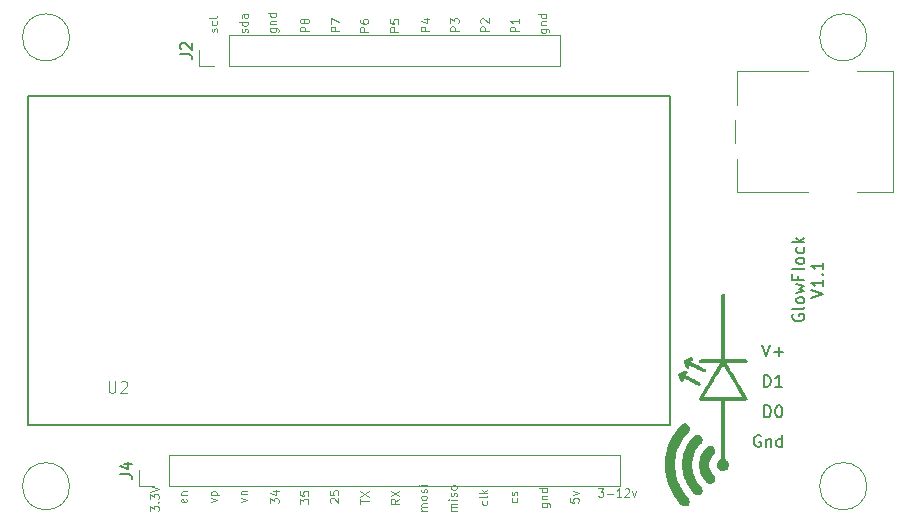
<source format=gbr>
G04 #@! TF.GenerationSoftware,KiCad,Pcbnew,5.99.0-unknown-89dcc4689~104~ubuntu20.04.1*
G04 #@! TF.CreationDate,2020-10-12T19:49:42-07:00*
G04 #@! TF.ProjectId,signal-board,7369676e-616c-42d6-926f-6172642e6b69,rev?*
G04 #@! TF.SameCoordinates,Original*
G04 #@! TF.FileFunction,Legend,Top*
G04 #@! TF.FilePolarity,Positive*
%FSLAX46Y46*%
G04 Gerber Fmt 4.6, Leading zero omitted, Abs format (unit mm)*
G04 Created by KiCad (PCBNEW 5.99.0-unknown-89dcc4689~104~ubuntu20.04.1) date 2020-10-12 19:49:42*
%MOMM*%
%LPD*%
G01*
G04 APERTURE LIST*
%ADD10C,0.150000*%
%ADD11C,0.100000*%
%ADD12C,0.015000*%
%ADD13C,0.120000*%
%ADD14C,0.127000*%
G04 APERTURE END LIST*
D10*
X163295000Y-123952380D02*
X163247380Y-124047619D01*
X163247380Y-124190476D01*
X163295000Y-124333333D01*
X163390238Y-124428571D01*
X163485476Y-124476190D01*
X163675952Y-124523809D01*
X163818809Y-124523809D01*
X164009285Y-124476190D01*
X164104523Y-124428571D01*
X164199761Y-124333333D01*
X164247380Y-124190476D01*
X164247380Y-124095238D01*
X164199761Y-123952380D01*
X164152142Y-123904761D01*
X163818809Y-123904761D01*
X163818809Y-124095238D01*
X164247380Y-123333333D02*
X164199761Y-123428571D01*
X164104523Y-123476190D01*
X163247380Y-123476190D01*
X164247380Y-122809523D02*
X164199761Y-122904761D01*
X164152142Y-122952380D01*
X164056904Y-123000000D01*
X163771190Y-123000000D01*
X163675952Y-122952380D01*
X163628333Y-122904761D01*
X163580714Y-122809523D01*
X163580714Y-122666666D01*
X163628333Y-122571428D01*
X163675952Y-122523809D01*
X163771190Y-122476190D01*
X164056904Y-122476190D01*
X164152142Y-122523809D01*
X164199761Y-122571428D01*
X164247380Y-122666666D01*
X164247380Y-122809523D01*
X163580714Y-122142857D02*
X164247380Y-121952380D01*
X163771190Y-121761904D01*
X164247380Y-121571428D01*
X163580714Y-121380952D01*
X163723571Y-120666666D02*
X163723571Y-121000000D01*
X164247380Y-121000000D02*
X163247380Y-121000000D01*
X163247380Y-120523809D01*
X164247380Y-120000000D02*
X164199761Y-120095238D01*
X164104523Y-120142857D01*
X163247380Y-120142857D01*
X164247380Y-119476190D02*
X164199761Y-119571428D01*
X164152142Y-119619047D01*
X164056904Y-119666666D01*
X163771190Y-119666666D01*
X163675952Y-119619047D01*
X163628333Y-119571428D01*
X163580714Y-119476190D01*
X163580714Y-119333333D01*
X163628333Y-119238095D01*
X163675952Y-119190476D01*
X163771190Y-119142857D01*
X164056904Y-119142857D01*
X164152142Y-119190476D01*
X164199761Y-119238095D01*
X164247380Y-119333333D01*
X164247380Y-119476190D01*
X164199761Y-118285714D02*
X164247380Y-118380952D01*
X164247380Y-118571428D01*
X164199761Y-118666666D01*
X164152142Y-118714285D01*
X164056904Y-118761904D01*
X163771190Y-118761904D01*
X163675952Y-118714285D01*
X163628333Y-118666666D01*
X163580714Y-118571428D01*
X163580714Y-118380952D01*
X163628333Y-118285714D01*
X164247380Y-117857142D02*
X163247380Y-117857142D01*
X163866428Y-117761904D02*
X164247380Y-117476190D01*
X163580714Y-117476190D02*
X163961666Y-117857142D01*
X164857380Y-122523809D02*
X165857380Y-122190476D01*
X164857380Y-121857142D01*
X165857380Y-121000000D02*
X165857380Y-121571428D01*
X165857380Y-121285714D02*
X164857380Y-121285714D01*
X165000238Y-121380952D01*
X165095476Y-121476190D01*
X165143095Y-121571428D01*
X165762142Y-120571428D02*
X165809761Y-120523809D01*
X165857380Y-120571428D01*
X165809761Y-120619047D01*
X165762142Y-120571428D01*
X165857380Y-120571428D01*
X165857380Y-119571428D02*
X165857380Y-120142857D01*
X165857380Y-119857142D02*
X164857380Y-119857142D01*
X165000238Y-119952380D01*
X165095476Y-120047619D01*
X165143095Y-120142857D01*
D11*
X102050000Y-100500000D02*
G75*
G03*
X102050000Y-100500000I-2000000J0D01*
G01*
X102050000Y-138500000D02*
G75*
G03*
X102050000Y-138500000I-2000000J0D01*
G01*
X169550000Y-138500000D02*
G75*
G03*
X169550000Y-138500000I-2000000J0D01*
G01*
X169550000Y-100500000D02*
G75*
G03*
X169550000Y-100500000I-2000000J0D01*
G01*
X127316666Y-100008466D02*
X126616666Y-100008466D01*
X126616666Y-99741800D01*
X126650000Y-99675133D01*
X126683333Y-99641800D01*
X126750000Y-99608466D01*
X126850000Y-99608466D01*
X126916666Y-99641800D01*
X126950000Y-99675133D01*
X126983333Y-99741800D01*
X126983333Y-100008466D01*
X126616666Y-99008466D02*
X126616666Y-99141800D01*
X126650000Y-99208466D01*
X126683333Y-99241800D01*
X126783333Y-99308466D01*
X126916666Y-99341800D01*
X127183333Y-99341800D01*
X127250000Y-99308466D01*
X127283333Y-99275133D01*
X127316666Y-99208466D01*
X127316666Y-99075133D01*
X127283333Y-99008466D01*
X127250000Y-98975133D01*
X127183333Y-98941800D01*
X127016666Y-98941800D01*
X126950000Y-98975133D01*
X126916666Y-99008466D01*
X126883333Y-99075133D01*
X126883333Y-99208466D01*
X126916666Y-99275133D01*
X126950000Y-99308466D01*
X127016666Y-99341800D01*
X124168733Y-139903133D02*
X124135400Y-139869800D01*
X124102066Y-139803133D01*
X124102066Y-139636466D01*
X124135400Y-139569800D01*
X124168733Y-139536466D01*
X124235400Y-139503133D01*
X124302066Y-139503133D01*
X124402066Y-139536466D01*
X124802066Y-139936466D01*
X124802066Y-139503133D01*
X124102066Y-138869800D02*
X124102066Y-139203133D01*
X124435400Y-139236466D01*
X124402066Y-139203133D01*
X124368733Y-139136466D01*
X124368733Y-138969800D01*
X124402066Y-138903133D01*
X124435400Y-138869800D01*
X124502066Y-138836466D01*
X124668733Y-138836466D01*
X124735400Y-138869800D01*
X124768733Y-138903133D01*
X124802066Y-138969800D01*
X124802066Y-139136466D01*
X124768733Y-139203133D01*
X124735400Y-139236466D01*
X129932866Y-139588066D02*
X129599533Y-139821400D01*
X129932866Y-139988066D02*
X129232866Y-139988066D01*
X129232866Y-139721400D01*
X129266200Y-139654733D01*
X129299533Y-139621400D01*
X129366200Y-139588066D01*
X129466200Y-139588066D01*
X129532866Y-139621400D01*
X129566200Y-139654733D01*
X129599533Y-139721400D01*
X129599533Y-139988066D01*
X129232866Y-139354733D02*
X129932866Y-138888066D01*
X129232866Y-138888066D02*
X129932866Y-139354733D01*
X142039200Y-139954733D02*
X142605866Y-139954733D01*
X142672533Y-139988066D01*
X142705866Y-140021400D01*
X142739200Y-140088066D01*
X142739200Y-140188066D01*
X142705866Y-140254733D01*
X142472533Y-139954733D02*
X142505866Y-140021400D01*
X142505866Y-140154733D01*
X142472533Y-140221400D01*
X142439200Y-140254733D01*
X142372533Y-140288066D01*
X142172533Y-140288066D01*
X142105866Y-140254733D01*
X142072533Y-140221400D01*
X142039200Y-140154733D01*
X142039200Y-140021400D01*
X142072533Y-139954733D01*
X142039200Y-139621400D02*
X142505866Y-139621400D01*
X142105866Y-139621400D02*
X142072533Y-139588066D01*
X142039200Y-139521400D01*
X142039200Y-139421400D01*
X142072533Y-139354733D01*
X142139200Y-139321400D01*
X142505866Y-139321400D01*
X142505866Y-138688066D02*
X141805866Y-138688066D01*
X142472533Y-138688066D02*
X142505866Y-138754733D01*
X142505866Y-138888066D01*
X142472533Y-138954733D01*
X142439200Y-138988066D01*
X142372533Y-139021400D01*
X142172533Y-139021400D01*
X142105866Y-138988066D01*
X142072533Y-138954733D01*
X142039200Y-138888066D01*
X142039200Y-138754733D01*
X142072533Y-138688066D01*
X119047466Y-139961866D02*
X119047466Y-139528533D01*
X119314133Y-139761866D01*
X119314133Y-139661866D01*
X119347466Y-139595200D01*
X119380800Y-139561866D01*
X119447466Y-139528533D01*
X119614133Y-139528533D01*
X119680800Y-139561866D01*
X119714133Y-139595200D01*
X119747466Y-139661866D01*
X119747466Y-139861866D01*
X119714133Y-139928533D01*
X119680800Y-139961866D01*
X119280800Y-138928533D02*
X119747466Y-138928533D01*
X119014133Y-139095200D02*
X119514133Y-139261866D01*
X119514133Y-138828533D01*
X121562066Y-139987266D02*
X121562066Y-139553933D01*
X121828733Y-139787266D01*
X121828733Y-139687266D01*
X121862066Y-139620600D01*
X121895400Y-139587266D01*
X121962066Y-139553933D01*
X122128733Y-139553933D01*
X122195400Y-139587266D01*
X122228733Y-139620600D01*
X122262066Y-139687266D01*
X122262066Y-139887266D01*
X122228733Y-139953933D01*
X122195400Y-139987266D01*
X121562066Y-138920600D02*
X121562066Y-139253933D01*
X121895400Y-139287266D01*
X121862066Y-139253933D01*
X121828733Y-139187266D01*
X121828733Y-139020600D01*
X121862066Y-138953933D01*
X121895400Y-138920600D01*
X121962066Y-138887266D01*
X122128733Y-138887266D01*
X122195400Y-138920600D01*
X122228733Y-138953933D01*
X122262066Y-139020600D01*
X122262066Y-139187266D01*
X122228733Y-139253933D01*
X122195400Y-139287266D01*
X129882066Y-100008466D02*
X129182066Y-100008466D01*
X129182066Y-99741800D01*
X129215400Y-99675133D01*
X129248733Y-99641800D01*
X129315400Y-99608466D01*
X129415400Y-99608466D01*
X129482066Y-99641800D01*
X129515400Y-99675133D01*
X129548733Y-99741800D01*
X129548733Y-100008466D01*
X129182066Y-98975133D02*
X129182066Y-99308466D01*
X129515400Y-99341800D01*
X129482066Y-99308466D01*
X129448733Y-99241800D01*
X129448733Y-99075133D01*
X129482066Y-99008466D01*
X129515400Y-98975133D01*
X129582066Y-98941800D01*
X129748733Y-98941800D01*
X129815400Y-98975133D01*
X129848733Y-99008466D01*
X129882066Y-99075133D01*
X129882066Y-99241800D01*
X129848733Y-99308466D01*
X129815400Y-99341800D01*
X126667466Y-139979333D02*
X126667466Y-139579333D01*
X127367466Y-139779333D02*
X126667466Y-139779333D01*
X126667466Y-139412666D02*
X127367466Y-138946000D01*
X126667466Y-138946000D02*
X127367466Y-139412666D01*
X144434766Y-139520600D02*
X144434766Y-139853933D01*
X144768100Y-139887266D01*
X144734766Y-139853933D01*
X144701433Y-139787266D01*
X144701433Y-139620600D01*
X144734766Y-139553933D01*
X144768100Y-139520600D01*
X144834766Y-139487266D01*
X145001433Y-139487266D01*
X145068100Y-139520600D01*
X145101433Y-139553933D01*
X145134766Y-139620600D01*
X145134766Y-139787266D01*
X145101433Y-139853933D01*
X145068100Y-139887266D01*
X144668100Y-139253933D02*
X145134766Y-139087266D01*
X144668100Y-138920600D01*
X114023000Y-139853133D02*
X114489666Y-139686466D01*
X114023000Y-139519800D01*
X114023000Y-139253133D02*
X114723000Y-139253133D01*
X114056333Y-139253133D02*
X114023000Y-139186466D01*
X114023000Y-139053133D01*
X114056333Y-138986466D01*
X114089666Y-138953133D01*
X114156333Y-138919800D01*
X114356333Y-138919800D01*
X114423000Y-138953133D01*
X114456333Y-138986466D01*
X114489666Y-139053133D01*
X114489666Y-139186466D01*
X114456333Y-139253133D01*
X124852866Y-99983066D02*
X124152866Y-99983066D01*
X124152866Y-99716400D01*
X124186200Y-99649733D01*
X124219533Y-99616400D01*
X124286200Y-99583066D01*
X124386200Y-99583066D01*
X124452866Y-99616400D01*
X124486200Y-99649733D01*
X124519533Y-99716400D01*
X124519533Y-99983066D01*
X124152866Y-99349733D02*
X124152866Y-98883066D01*
X124852866Y-99183066D01*
X132295066Y-140563466D02*
X131828400Y-140563466D01*
X131895066Y-140563466D02*
X131861733Y-140530133D01*
X131828400Y-140463466D01*
X131828400Y-140363466D01*
X131861733Y-140296800D01*
X131928400Y-140263466D01*
X132295066Y-140263466D01*
X131928400Y-140263466D02*
X131861733Y-140230133D01*
X131828400Y-140163466D01*
X131828400Y-140063466D01*
X131861733Y-139996800D01*
X131928400Y-139963466D01*
X132295066Y-139963466D01*
X132295066Y-139530133D02*
X132261733Y-139596800D01*
X132228400Y-139630133D01*
X132161733Y-139663466D01*
X131961733Y-139663466D01*
X131895066Y-139630133D01*
X131861733Y-139596800D01*
X131828400Y-139530133D01*
X131828400Y-139430133D01*
X131861733Y-139363466D01*
X131895066Y-139330133D01*
X131961733Y-139296800D01*
X132161733Y-139296800D01*
X132228400Y-139330133D01*
X132261733Y-139363466D01*
X132295066Y-139430133D01*
X132295066Y-139530133D01*
X132261733Y-139030133D02*
X132295066Y-138963466D01*
X132295066Y-138830133D01*
X132261733Y-138763466D01*
X132195066Y-138730133D01*
X132161733Y-138730133D01*
X132095066Y-138763466D01*
X132061733Y-138830133D01*
X132061733Y-138930133D01*
X132028400Y-138996800D01*
X131961733Y-139030133D01*
X131928400Y-139030133D01*
X131861733Y-138996800D01*
X131828400Y-138930133D01*
X131828400Y-138830133D01*
X131861733Y-138763466D01*
X132295066Y-138430133D02*
X131828400Y-138430133D01*
X131595066Y-138430133D02*
X131628400Y-138463466D01*
X131661733Y-138430133D01*
X131628400Y-138396800D01*
X131595066Y-138430133D01*
X131661733Y-138430133D01*
X146799500Y-138694366D02*
X147232833Y-138694366D01*
X146999500Y-138961033D01*
X147099500Y-138961033D01*
X147166166Y-138994366D01*
X147199500Y-139027700D01*
X147232833Y-139094366D01*
X147232833Y-139261033D01*
X147199500Y-139327700D01*
X147166166Y-139361033D01*
X147099500Y-139394366D01*
X146899500Y-139394366D01*
X146832833Y-139361033D01*
X146799500Y-139327700D01*
X147532833Y-139127700D02*
X148066166Y-139127700D01*
X148766166Y-139394366D02*
X148366166Y-139394366D01*
X148566166Y-139394366D02*
X148566166Y-138694366D01*
X148499500Y-138794366D01*
X148432833Y-138861033D01*
X148366166Y-138894366D01*
X149032833Y-138761033D02*
X149066166Y-138727700D01*
X149132833Y-138694366D01*
X149299500Y-138694366D01*
X149366166Y-138727700D01*
X149399500Y-138761033D01*
X149432833Y-138827700D01*
X149432833Y-138894366D01*
X149399500Y-138994366D01*
X148999500Y-139394366D01*
X149432833Y-139394366D01*
X149666166Y-138927700D02*
X149832833Y-139394366D01*
X149999500Y-138927700D01*
X137379833Y-139720600D02*
X137413166Y-139787266D01*
X137413166Y-139920600D01*
X137379833Y-139987266D01*
X137346500Y-140020600D01*
X137279833Y-140053933D01*
X137079833Y-140053933D01*
X137013166Y-140020600D01*
X136979833Y-139987266D01*
X136946500Y-139920600D01*
X136946500Y-139787266D01*
X136979833Y-139720600D01*
X137413166Y-139320600D02*
X137379833Y-139387266D01*
X137313166Y-139420600D01*
X136713166Y-139420600D01*
X137413166Y-139053933D02*
X136713166Y-139053933D01*
X137146500Y-138987266D02*
X137413166Y-138787266D01*
X136946500Y-138787266D02*
X137213166Y-139053933D01*
X114507133Y-100023533D02*
X114540466Y-99956866D01*
X114540466Y-99823533D01*
X114507133Y-99756866D01*
X114440466Y-99723533D01*
X114407133Y-99723533D01*
X114340466Y-99756866D01*
X114307133Y-99823533D01*
X114307133Y-99923533D01*
X114273800Y-99990200D01*
X114207133Y-100023533D01*
X114173800Y-100023533D01*
X114107133Y-99990200D01*
X114073800Y-99923533D01*
X114073800Y-99823533D01*
X114107133Y-99756866D01*
X114507133Y-99123533D02*
X114540466Y-99190200D01*
X114540466Y-99323533D01*
X114507133Y-99390200D01*
X114473800Y-99423533D01*
X114407133Y-99456866D01*
X114207133Y-99456866D01*
X114140466Y-99423533D01*
X114107133Y-99390200D01*
X114073800Y-99323533D01*
X114073800Y-99190200D01*
X114107133Y-99123533D01*
X114540466Y-98723533D02*
X114507133Y-98790200D01*
X114440466Y-98823533D01*
X113840466Y-98823533D01*
X132498266Y-99983066D02*
X131798266Y-99983066D01*
X131798266Y-99716400D01*
X131831600Y-99649733D01*
X131864933Y-99616400D01*
X131931600Y-99583066D01*
X132031600Y-99583066D01*
X132098266Y-99616400D01*
X132131600Y-99649733D01*
X132164933Y-99716400D01*
X132164933Y-99983066D01*
X132031600Y-98983066D02*
X132498266Y-98983066D01*
X131764933Y-99149733D02*
X132264933Y-99316400D01*
X132264933Y-98883066D01*
X117085233Y-100084633D02*
X117118566Y-100017966D01*
X117118566Y-99884633D01*
X117085233Y-99817966D01*
X117018566Y-99784633D01*
X116985233Y-99784633D01*
X116918566Y-99817966D01*
X116885233Y-99884633D01*
X116885233Y-99984633D01*
X116851900Y-100051300D01*
X116785233Y-100084633D01*
X116751900Y-100084633D01*
X116685233Y-100051300D01*
X116651900Y-99984633D01*
X116651900Y-99884633D01*
X116685233Y-99817966D01*
X117118566Y-99184633D02*
X116418566Y-99184633D01*
X117085233Y-99184633D02*
X117118566Y-99251300D01*
X117118566Y-99384633D01*
X117085233Y-99451300D01*
X117051900Y-99484633D01*
X116985233Y-99517966D01*
X116785233Y-99517966D01*
X116718566Y-99484633D01*
X116685233Y-99451300D01*
X116651900Y-99384633D01*
X116651900Y-99251300D01*
X116685233Y-99184633D01*
X117118566Y-98551300D02*
X116751900Y-98551300D01*
X116685233Y-98584633D01*
X116651900Y-98651300D01*
X116651900Y-98784633D01*
X116685233Y-98851300D01*
X117085233Y-98551300D02*
X117118566Y-98617966D01*
X117118566Y-98784633D01*
X117085233Y-98851300D01*
X117018566Y-98884633D01*
X116951900Y-98884633D01*
X116885233Y-98851300D01*
X116851900Y-98784633D01*
X116851900Y-98617966D01*
X116818566Y-98551300D01*
X139907133Y-139537266D02*
X139940466Y-139603933D01*
X139940466Y-139737266D01*
X139907133Y-139803933D01*
X139873800Y-139837266D01*
X139807133Y-139870600D01*
X139607133Y-139870600D01*
X139540466Y-139837266D01*
X139507133Y-139803933D01*
X139473800Y-139737266D01*
X139473800Y-139603933D01*
X139507133Y-139537266D01*
X139907133Y-139270600D02*
X139940466Y-139203933D01*
X139940466Y-139070600D01*
X139907133Y-139003933D01*
X139840466Y-138970600D01*
X139807133Y-138970600D01*
X139740466Y-139003933D01*
X139707133Y-139070600D01*
X139707133Y-139170600D01*
X139673800Y-139237266D01*
X139607133Y-139270600D01*
X139573800Y-139270600D01*
X139507133Y-139237266D01*
X139473800Y-139170600D01*
X139473800Y-139070600D01*
X139507133Y-139003933D01*
X122287466Y-99983066D02*
X121587466Y-99983066D01*
X121587466Y-99716400D01*
X121620800Y-99649733D01*
X121654133Y-99616400D01*
X121720800Y-99583066D01*
X121820800Y-99583066D01*
X121887466Y-99616400D01*
X121920800Y-99649733D01*
X121954133Y-99716400D01*
X121954133Y-99983066D01*
X121887466Y-99183066D02*
X121854133Y-99249733D01*
X121820800Y-99283066D01*
X121754133Y-99316400D01*
X121720800Y-99316400D01*
X121654133Y-99283066D01*
X121620800Y-99249733D01*
X121587466Y-99183066D01*
X121587466Y-99049733D01*
X121620800Y-98983066D01*
X121654133Y-98949733D01*
X121720800Y-98916400D01*
X121754133Y-98916400D01*
X121820800Y-98949733D01*
X121854133Y-98983066D01*
X121887466Y-99049733D01*
X121887466Y-99183066D01*
X121920800Y-99249733D01*
X121954133Y-99283066D01*
X122020800Y-99316400D01*
X122154133Y-99316400D01*
X122220800Y-99283066D01*
X122254133Y-99249733D01*
X122287466Y-99183066D01*
X122287466Y-99049733D01*
X122254133Y-98983066D01*
X122220800Y-98949733D01*
X122154133Y-98916400D01*
X122020800Y-98916400D01*
X121954133Y-98949733D01*
X121920800Y-98983066D01*
X121887466Y-99049733D01*
X119052200Y-99721133D02*
X119618866Y-99721133D01*
X119685533Y-99754466D01*
X119718866Y-99787800D01*
X119752200Y-99854466D01*
X119752200Y-99954466D01*
X119718866Y-100021133D01*
X119485533Y-99721133D02*
X119518866Y-99787800D01*
X119518866Y-99921133D01*
X119485533Y-99987800D01*
X119452200Y-100021133D01*
X119385533Y-100054466D01*
X119185533Y-100054466D01*
X119118866Y-100021133D01*
X119085533Y-99987800D01*
X119052200Y-99921133D01*
X119052200Y-99787800D01*
X119085533Y-99721133D01*
X119052200Y-99387800D02*
X119518866Y-99387800D01*
X119118866Y-99387800D02*
X119085533Y-99354466D01*
X119052200Y-99287800D01*
X119052200Y-99187800D01*
X119085533Y-99121133D01*
X119152200Y-99087800D01*
X119518866Y-99087800D01*
X119518866Y-98454466D02*
X118818866Y-98454466D01*
X119485533Y-98454466D02*
X119518866Y-98521133D01*
X119518866Y-98654466D01*
X119485533Y-98721133D01*
X119452200Y-98754466D01*
X119385533Y-98787800D01*
X119185533Y-98787800D01*
X119118866Y-98754466D01*
X119085533Y-98721133D01*
X119052200Y-98654466D01*
X119052200Y-98521133D01*
X119085533Y-98454466D01*
X141950300Y-99784633D02*
X142516966Y-99784633D01*
X142583633Y-99817966D01*
X142616966Y-99851300D01*
X142650300Y-99917966D01*
X142650300Y-100017966D01*
X142616966Y-100084633D01*
X142383633Y-99784633D02*
X142416966Y-99851300D01*
X142416966Y-99984633D01*
X142383633Y-100051300D01*
X142350300Y-100084633D01*
X142283633Y-100117966D01*
X142083633Y-100117966D01*
X142016966Y-100084633D01*
X141983633Y-100051300D01*
X141950300Y-99984633D01*
X141950300Y-99851300D01*
X141983633Y-99784633D01*
X141950300Y-99451300D02*
X142416966Y-99451300D01*
X142016966Y-99451300D02*
X141983633Y-99417966D01*
X141950300Y-99351300D01*
X141950300Y-99251300D01*
X141983633Y-99184633D01*
X142050300Y-99151300D01*
X142416966Y-99151300D01*
X142416966Y-98517966D02*
X141716966Y-98517966D01*
X142383633Y-98517966D02*
X142416966Y-98584633D01*
X142416966Y-98717966D01*
X142383633Y-98784633D01*
X142350300Y-98817966D01*
X142283633Y-98851300D01*
X142083633Y-98851300D01*
X142016966Y-98817966D01*
X141983633Y-98784633D01*
X141950300Y-98717966D01*
X141950300Y-98584633D01*
X141983633Y-98517966D01*
X140067466Y-99983066D02*
X139367466Y-99983066D01*
X139367466Y-99716400D01*
X139400800Y-99649733D01*
X139434133Y-99616400D01*
X139500800Y-99583066D01*
X139600800Y-99583066D01*
X139667466Y-99616400D01*
X139700800Y-99649733D01*
X139734133Y-99716400D01*
X139734133Y-99983066D01*
X140067466Y-98916400D02*
X140067466Y-99316400D01*
X140067466Y-99116400D02*
X139367466Y-99116400D01*
X139467466Y-99183066D01*
X139534133Y-99249733D01*
X139567466Y-99316400D01*
X108887466Y-140593633D02*
X108887466Y-140160300D01*
X109154133Y-140393633D01*
X109154133Y-140293633D01*
X109187466Y-140226966D01*
X109220800Y-140193633D01*
X109287466Y-140160300D01*
X109454133Y-140160300D01*
X109520800Y-140193633D01*
X109554133Y-140226966D01*
X109587466Y-140293633D01*
X109587466Y-140493633D01*
X109554133Y-140560300D01*
X109520800Y-140593633D01*
X109520800Y-139860300D02*
X109554133Y-139826966D01*
X109587466Y-139860300D01*
X109554133Y-139893633D01*
X109520800Y-139860300D01*
X109587466Y-139860300D01*
X108887466Y-139593633D02*
X108887466Y-139160300D01*
X109154133Y-139393633D01*
X109154133Y-139293633D01*
X109187466Y-139226966D01*
X109220800Y-139193633D01*
X109287466Y-139160300D01*
X109454133Y-139160300D01*
X109520800Y-139193633D01*
X109554133Y-139226966D01*
X109587466Y-139293633D01*
X109587466Y-139493633D01*
X109554133Y-139560300D01*
X109520800Y-139593633D01*
X108887466Y-138960300D02*
X109587466Y-138726966D01*
X108887466Y-138493633D01*
X134987466Y-99957666D02*
X134287466Y-99957666D01*
X134287466Y-99691000D01*
X134320800Y-99624333D01*
X134354133Y-99591000D01*
X134420800Y-99557666D01*
X134520800Y-99557666D01*
X134587466Y-99591000D01*
X134620800Y-99624333D01*
X134654133Y-99691000D01*
X134654133Y-99957666D01*
X134287466Y-99324333D02*
X134287466Y-98891000D01*
X134554133Y-99124333D01*
X134554133Y-99024333D01*
X134587466Y-98957666D01*
X134620800Y-98924333D01*
X134687466Y-98891000D01*
X134854133Y-98891000D01*
X134920800Y-98924333D01*
X134954133Y-98957666D01*
X134987466Y-99024333D01*
X134987466Y-99224333D01*
X134954133Y-99291000D01*
X134920800Y-99324333D01*
X134809666Y-140588866D02*
X134343000Y-140588866D01*
X134409666Y-140588866D02*
X134376333Y-140555533D01*
X134343000Y-140488866D01*
X134343000Y-140388866D01*
X134376333Y-140322200D01*
X134443000Y-140288866D01*
X134809666Y-140288866D01*
X134443000Y-140288866D02*
X134376333Y-140255533D01*
X134343000Y-140188866D01*
X134343000Y-140088866D01*
X134376333Y-140022200D01*
X134443000Y-139988866D01*
X134809666Y-139988866D01*
X134809666Y-139655533D02*
X134343000Y-139655533D01*
X134109666Y-139655533D02*
X134143000Y-139688866D01*
X134176333Y-139655533D01*
X134143000Y-139622200D01*
X134109666Y-139655533D01*
X134176333Y-139655533D01*
X134776333Y-139355533D02*
X134809666Y-139288866D01*
X134809666Y-139155533D01*
X134776333Y-139088866D01*
X134709666Y-139055533D01*
X134676333Y-139055533D01*
X134609666Y-139088866D01*
X134576333Y-139155533D01*
X134576333Y-139255533D01*
X134543000Y-139322200D01*
X134476333Y-139355533D01*
X134443000Y-139355533D01*
X134376333Y-139322200D01*
X134343000Y-139255533D01*
X134343000Y-139155533D01*
X134376333Y-139088866D01*
X134809666Y-138655533D02*
X134776333Y-138722200D01*
X134743000Y-138755533D01*
X134676333Y-138788866D01*
X134476333Y-138788866D01*
X134409666Y-138755533D01*
X134376333Y-138722200D01*
X134343000Y-138655533D01*
X134343000Y-138555533D01*
X134376333Y-138488866D01*
X134409666Y-138455533D01*
X134476333Y-138422200D01*
X134676333Y-138422200D01*
X134743000Y-138455533D01*
X134776333Y-138488866D01*
X134809666Y-138555533D01*
X134809666Y-138655533D01*
X116588400Y-139802333D02*
X117055066Y-139635666D01*
X116588400Y-139469000D01*
X116588400Y-139202333D02*
X117055066Y-139202333D01*
X116655066Y-139202333D02*
X116621733Y-139169000D01*
X116588400Y-139102333D01*
X116588400Y-139002333D01*
X116621733Y-138935666D01*
X116688400Y-138902333D01*
X117055066Y-138902333D01*
X137527466Y-99957666D02*
X136827466Y-99957666D01*
X136827466Y-99691000D01*
X136860800Y-99624333D01*
X136894133Y-99591000D01*
X136960800Y-99557666D01*
X137060800Y-99557666D01*
X137127466Y-99591000D01*
X137160800Y-99624333D01*
X137194133Y-99691000D01*
X137194133Y-99957666D01*
X136894133Y-99291000D02*
X136860800Y-99257666D01*
X136827466Y-99191000D01*
X136827466Y-99024333D01*
X136860800Y-98957666D01*
X136894133Y-98924333D01*
X136960800Y-98891000D01*
X137027466Y-98891000D01*
X137127466Y-98924333D01*
X137527466Y-99324333D01*
X137527466Y-98891000D01*
X111941733Y-139578533D02*
X111975066Y-139645200D01*
X111975066Y-139778533D01*
X111941733Y-139845200D01*
X111875066Y-139878533D01*
X111608400Y-139878533D01*
X111541733Y-139845200D01*
X111508400Y-139778533D01*
X111508400Y-139645200D01*
X111541733Y-139578533D01*
X111608400Y-139545200D01*
X111675066Y-139545200D01*
X111741733Y-139878533D01*
X111508400Y-139245200D02*
X111975066Y-139245200D01*
X111575066Y-139245200D02*
X111541733Y-139211866D01*
X111508400Y-139145200D01*
X111508400Y-139045200D01*
X111541733Y-138978533D01*
X111608400Y-138945200D01*
X111975066Y-138945200D01*
D10*
G04 #@! TO.C,J4*
X106342380Y-137493333D02*
X107056666Y-137493333D01*
X107199523Y-137540952D01*
X107294761Y-137636190D01*
X107342380Y-137779047D01*
X107342380Y-137874285D01*
X106675714Y-136588571D02*
X107342380Y-136588571D01*
X106294761Y-136826666D02*
X107009047Y-137064761D01*
X107009047Y-136445714D01*
G04 #@! TO.C,J2*
X111422380Y-101933333D02*
X112136666Y-101933333D01*
X112279523Y-101980952D01*
X112374761Y-102076190D01*
X112422380Y-102219047D01*
X112422380Y-102314285D01*
X111517619Y-101504761D02*
X111470000Y-101457142D01*
X111422380Y-101361904D01*
X111422380Y-101123809D01*
X111470000Y-101028571D01*
X111517619Y-100980952D01*
X111612857Y-100933333D01*
X111708095Y-100933333D01*
X111850952Y-100980952D01*
X112422380Y-101552380D01*
X112422380Y-100933333D01*
G04 #@! TO.C,J3*
X160831304Y-130093980D02*
X160831304Y-129093980D01*
X161069400Y-129093980D01*
X161212257Y-129141600D01*
X161307495Y-129236838D01*
X161355114Y-129332076D01*
X161402733Y-129522552D01*
X161402733Y-129665409D01*
X161355114Y-129855885D01*
X161307495Y-129951123D01*
X161212257Y-130046361D01*
X161069400Y-130093980D01*
X160831304Y-130093980D01*
X162355114Y-130093980D02*
X161783685Y-130093980D01*
X162069400Y-130093980D02*
X162069400Y-129093980D01*
X161974161Y-129236838D01*
X161878923Y-129332076D01*
X161783685Y-129379695D01*
X160856704Y-132659380D02*
X160856704Y-131659380D01*
X161094800Y-131659380D01*
X161237657Y-131707000D01*
X161332895Y-131802238D01*
X161380514Y-131897476D01*
X161428133Y-132087952D01*
X161428133Y-132230809D01*
X161380514Y-132421285D01*
X161332895Y-132516523D01*
X161237657Y-132611761D01*
X161094800Y-132659380D01*
X160856704Y-132659380D01*
X162047180Y-131659380D02*
X162142419Y-131659380D01*
X162237657Y-131707000D01*
X162285276Y-131754619D01*
X162332895Y-131849857D01*
X162380514Y-132040333D01*
X162380514Y-132278428D01*
X162332895Y-132468904D01*
X162285276Y-132564142D01*
X162237657Y-132611761D01*
X162142419Y-132659380D01*
X162047180Y-132659380D01*
X161951942Y-132611761D01*
X161904323Y-132564142D01*
X161856704Y-132468904D01*
X161809085Y-132278428D01*
X161809085Y-132040333D01*
X161856704Y-131849857D01*
X161904323Y-131754619D01*
X161951942Y-131707000D01*
X162047180Y-131659380D01*
X160545542Y-134221600D02*
X160450304Y-134173980D01*
X160307447Y-134173980D01*
X160164590Y-134221600D01*
X160069352Y-134316838D01*
X160021733Y-134412076D01*
X159974114Y-134602552D01*
X159974114Y-134745409D01*
X160021733Y-134935885D01*
X160069352Y-135031123D01*
X160164590Y-135126361D01*
X160307447Y-135173980D01*
X160402685Y-135173980D01*
X160545542Y-135126361D01*
X160593161Y-135078742D01*
X160593161Y-134745409D01*
X160402685Y-134745409D01*
X161021733Y-134507314D02*
X161021733Y-135173980D01*
X161021733Y-134602552D02*
X161069352Y-134554933D01*
X161164590Y-134507314D01*
X161307447Y-134507314D01*
X161402685Y-134554933D01*
X161450304Y-134650171D01*
X161450304Y-135173980D01*
X162355066Y-135173980D02*
X162355066Y-134173980D01*
X162355066Y-135126361D02*
X162259828Y-135173980D01*
X162069352Y-135173980D01*
X161974114Y-135126361D01*
X161926495Y-135078742D01*
X161878876Y-134983504D01*
X161878876Y-134697790D01*
X161926495Y-134602552D01*
X161974114Y-134554933D01*
X162069352Y-134507314D01*
X162259828Y-134507314D01*
X162355066Y-134554933D01*
X160693219Y-126503180D02*
X161026552Y-127503180D01*
X161359885Y-126503180D01*
X161693219Y-127122228D02*
X162455123Y-127122228D01*
X162074171Y-127503180D02*
X162074171Y-126741276D01*
D12*
G04 #@! TO.C,U2*
X105359001Y-129601769D02*
X105359001Y-130411605D01*
X105406638Y-130506880D01*
X105454276Y-130554518D01*
X105549550Y-130602155D01*
X105740100Y-130602155D01*
X105835375Y-130554518D01*
X105883012Y-130506880D01*
X105930650Y-130411605D01*
X105930650Y-129601769D01*
X106359387Y-129697044D02*
X106407024Y-129649407D01*
X106502299Y-129601769D01*
X106740486Y-129601769D01*
X106835761Y-129649407D01*
X106883398Y-129697044D01*
X106931036Y-129792319D01*
X106931036Y-129887594D01*
X106883398Y-130030506D01*
X106311749Y-130602155D01*
X106931036Y-130602155D01*
D13*
G04 #@! TO.C,J4*
X107890000Y-138490000D02*
X107890000Y-137160000D01*
X148650000Y-138490000D02*
X148650000Y-135830000D01*
X110490000Y-138490000D02*
X148650000Y-138490000D01*
X109220000Y-138490000D02*
X107890000Y-138490000D01*
X110490000Y-135830000D02*
X148650000Y-135830000D01*
X110490000Y-138490000D02*
X110490000Y-135830000D01*
G04 #@! TO.C,G\u002A\u002A\u002A*
G36*
X154756719Y-127618659D02*
G01*
X154811418Y-127658449D01*
X154841306Y-127713752D01*
X154847118Y-127765731D01*
X154832837Y-127829757D01*
X154793616Y-127879202D01*
X154728801Y-127914866D01*
X154723869Y-127916661D01*
X154683539Y-127932309D01*
X154657597Y-127944916D01*
X154652333Y-127949625D01*
X154665022Y-127957503D01*
X154701366Y-127977117D01*
X154758791Y-128007147D01*
X154834725Y-128046274D01*
X154926594Y-128093178D01*
X155031828Y-128146541D01*
X155147852Y-128205042D01*
X155263096Y-128262859D01*
X155390498Y-128327060D01*
X155510315Y-128388278D01*
X155619801Y-128445049D01*
X155716208Y-128495912D01*
X155796789Y-128539408D01*
X155858799Y-128574073D01*
X155899488Y-128598446D01*
X155914918Y-128609627D01*
X155943641Y-128646491D01*
X155954778Y-128688410D01*
X155955675Y-128714091D01*
X155948640Y-128767870D01*
X155930694Y-128807894D01*
X155930040Y-128808717D01*
X155878336Y-128852499D01*
X155817031Y-128872051D01*
X155803753Y-128872686D01*
X155783525Y-128866287D01*
X155739875Y-128847946D01*
X155675523Y-128818945D01*
X155593189Y-128780567D01*
X155495593Y-128734095D01*
X155385455Y-128680812D01*
X155265495Y-128622001D01*
X155138432Y-128558944D01*
X155136039Y-128557749D01*
X155010031Y-128494893D01*
X154892162Y-128436216D01*
X154784991Y-128382985D01*
X154691080Y-128336466D01*
X154612989Y-128297925D01*
X154553278Y-128268628D01*
X154514508Y-128249842D01*
X154499240Y-128242832D01*
X154499134Y-128242813D01*
X154499771Y-128255189D01*
X154508284Y-128286716D01*
X154515581Y-128309209D01*
X154529304Y-128383261D01*
X154519843Y-128448827D01*
X154489779Y-128501486D01*
X154441689Y-128536817D01*
X154378156Y-128550397D01*
X154374845Y-128550425D01*
X154338677Y-128548251D01*
X154308747Y-128539525D01*
X154282830Y-128520941D01*
X154258701Y-128489193D01*
X154234135Y-128440975D01*
X154206910Y-128372981D01*
X154174799Y-128281906D01*
X154155440Y-128224349D01*
X154127389Y-128137769D01*
X154102965Y-128057756D01*
X154083660Y-127989583D01*
X154070968Y-127938523D01*
X154066381Y-127909848D01*
X154066381Y-127909787D01*
X154069717Y-127875512D01*
X154081771Y-127845877D01*
X154105613Y-127818966D01*
X154144311Y-127792857D01*
X154200935Y-127765631D01*
X154278553Y-127735370D01*
X154380235Y-127700154D01*
X154425593Y-127685149D01*
X154704240Y-127593755D01*
X154756719Y-127618659D01*
G37*
G36*
X154249423Y-128717556D02*
G01*
X154284783Y-128733246D01*
X154323027Y-128759412D01*
X154325691Y-128761661D01*
X154350888Y-128787949D01*
X154363074Y-128817655D01*
X154366614Y-128862599D01*
X154366669Y-128872686D01*
X154364152Y-128921507D01*
X154353730Y-128953015D01*
X154331098Y-128978973D01*
X154326182Y-128983289D01*
X154284261Y-129010972D01*
X154234374Y-129033337D01*
X154227307Y-129035608D01*
X154191181Y-129048332D01*
X154170678Y-129059236D01*
X154168918Y-129061906D01*
X154181623Y-129069991D01*
X154218050Y-129089778D01*
X154275664Y-129119970D01*
X154351933Y-129159269D01*
X154444324Y-129206377D01*
X154550304Y-129259998D01*
X154667338Y-129318834D01*
X154792895Y-129381587D01*
X154800768Y-129385510D01*
X154951286Y-129460705D01*
X155077516Y-129524272D01*
X155181538Y-129577342D01*
X155265436Y-129621050D01*
X155331290Y-129656528D01*
X155381182Y-129684909D01*
X155417195Y-129707327D01*
X155441410Y-129724915D01*
X155455909Y-129738805D01*
X155459883Y-129744255D01*
X155483917Y-129805888D01*
X155478810Y-129867825D01*
X155464327Y-129901539D01*
X155429436Y-129942216D01*
X155380098Y-129973058D01*
X155329512Y-129985924D01*
X155327451Y-129985950D01*
X155308777Y-129979565D01*
X155266624Y-129961260D01*
X155203670Y-129932312D01*
X155122590Y-129894000D01*
X155026062Y-129847600D01*
X154916764Y-129794389D01*
X154797371Y-129735644D01*
X154670560Y-129672643D01*
X154665839Y-129670286D01*
X154539704Y-129607524D01*
X154421655Y-129549210D01*
X154314253Y-129496579D01*
X154220056Y-129450865D01*
X154141623Y-129413301D01*
X154081515Y-129385122D01*
X154042290Y-129367563D01*
X154026507Y-129361856D01*
X154026353Y-129361926D01*
X154025736Y-129379235D01*
X154033931Y-129411803D01*
X154035391Y-129416108D01*
X154048938Y-129477067D01*
X154050062Y-129538315D01*
X154038671Y-129587183D01*
X154036650Y-129591260D01*
X154005348Y-129624529D01*
X153956790Y-129650544D01*
X153902993Y-129663270D01*
X153892454Y-129663689D01*
X153857594Y-129660313D01*
X153827541Y-129648113D01*
X153800310Y-129623980D01*
X153773913Y-129584806D01*
X153746365Y-129527483D01*
X153715679Y-129448904D01*
X153679870Y-129345959D01*
X153669419Y-129314648D01*
X153635553Y-129210924D01*
X153611218Y-129130682D01*
X153596022Y-129069840D01*
X153589574Y-129024315D01*
X153591481Y-128990024D01*
X153601352Y-128962886D01*
X153618795Y-128938816D01*
X153632030Y-128924852D01*
X153657838Y-128908443D01*
X153705843Y-128886262D01*
X153770684Y-128860107D01*
X153846999Y-128831781D01*
X153929426Y-128803082D01*
X154012605Y-128775811D01*
X154091173Y-128751768D01*
X154159769Y-128732753D01*
X154213032Y-128720567D01*
X154245599Y-128717009D01*
X154249423Y-128717556D01*
G37*
G36*
X157379964Y-137210880D02*
G01*
X157324387Y-137207143D01*
X157269556Y-137203455D01*
X157161828Y-137172130D01*
X157060855Y-137116190D01*
X156995397Y-137061037D01*
X156921133Y-136968524D01*
X156871484Y-136865617D01*
X156846023Y-136756580D01*
X156844325Y-136645671D01*
X156865964Y-136537153D01*
X156910514Y-136435287D01*
X156977550Y-136344335D01*
X157066645Y-136268556D01*
X157075129Y-136263010D01*
X157123158Y-136234637D01*
X157167231Y-136212533D01*
X157191898Y-136203278D01*
X157230395Y-136193616D01*
X157230395Y-136189468D01*
X157479414Y-136189468D01*
X157486738Y-136196792D01*
X157494063Y-136189468D01*
X157486738Y-136182144D01*
X157479414Y-136189468D01*
X157230395Y-136189468D01*
X157230395Y-136178642D01*
X157309989Y-136178642D01*
X157324387Y-136180987D01*
X157340930Y-136178642D01*
X157383230Y-136178642D01*
X157397628Y-136180987D01*
X157416627Y-136178294D01*
X157416854Y-136173294D01*
X157397249Y-136169797D01*
X157388778Y-136172138D01*
X157383230Y-136178642D01*
X157340930Y-136178642D01*
X157343386Y-136178294D01*
X157343613Y-136173294D01*
X157324008Y-136169797D01*
X157315537Y-136172138D01*
X157309989Y-136178642D01*
X157230395Y-136178642D01*
X157230395Y-131261208D01*
X156333192Y-131257114D01*
X156143952Y-131256282D01*
X155981813Y-131255496D01*
X155844582Y-131254541D01*
X155730065Y-131253197D01*
X155636069Y-131251249D01*
X155560398Y-131248479D01*
X155500861Y-131244669D01*
X155455262Y-131239602D01*
X155421409Y-131233061D01*
X155397106Y-131224828D01*
X155380162Y-131214687D01*
X155368381Y-131202419D01*
X155359571Y-131187807D01*
X155351537Y-131170634D01*
X155346333Y-131159339D01*
X155330972Y-131112078D01*
X155335376Y-131067860D01*
X155336572Y-131063814D01*
X155345805Y-131045535D01*
X155369185Y-131003771D01*
X155405757Y-130940142D01*
X155406954Y-130938084D01*
X155766924Y-130938084D01*
X159020846Y-130938084D01*
X158999560Y-130905125D01*
X158989246Y-130888249D01*
X158964913Y-130847932D01*
X158927579Y-130785876D01*
X158878266Y-130703783D01*
X158817993Y-130603353D01*
X158747780Y-130486287D01*
X158668648Y-130354286D01*
X158581617Y-130209053D01*
X158487706Y-130052287D01*
X158387936Y-129885690D01*
X158283326Y-129710963D01*
X158191465Y-129557490D01*
X158083913Y-129377941D01*
X157980510Y-129205630D01*
X157882254Y-129042205D01*
X157790144Y-128889312D01*
X157705179Y-128748598D01*
X157628357Y-128621711D01*
X157560678Y-128510299D01*
X157503139Y-128416008D01*
X157456740Y-128340485D01*
X157422479Y-128285379D01*
X157401355Y-128252336D01*
X157394428Y-128242816D01*
X157391933Y-128244145D01*
X157387519Y-128248955D01*
X157380434Y-128258489D01*
X157369926Y-128273987D01*
X157355242Y-128296689D01*
X157335630Y-128327836D01*
X157310337Y-128368668D01*
X157278611Y-128420427D01*
X157239700Y-128484352D01*
X157192850Y-128561685D01*
X157137310Y-128653666D01*
X157072328Y-128761536D01*
X156997150Y-128886535D01*
X156911024Y-129029905D01*
X156813198Y-129192884D01*
X156702919Y-129376716D01*
X156579435Y-129582639D01*
X156441994Y-129811894D01*
X156374976Y-129923695D01*
X155766924Y-130938084D01*
X155406954Y-130938084D01*
X155454563Y-130856265D01*
X155514647Y-130753759D01*
X155585054Y-130634243D01*
X155664827Y-130499335D01*
X155753009Y-130350653D01*
X155848645Y-130189816D01*
X155950778Y-130018443D01*
X156058451Y-129838152D01*
X156170710Y-129650562D01*
X156230985Y-129549989D01*
X157111429Y-128081683D01*
X156290571Y-128081683D01*
X156106440Y-128081677D01*
X155949335Y-128081501D01*
X155816988Y-128080918D01*
X155707127Y-128079692D01*
X155617484Y-128077585D01*
X155545788Y-128074361D01*
X155489769Y-128069781D01*
X155447159Y-128063611D01*
X155415686Y-128055611D01*
X155393082Y-128045546D01*
X155377076Y-128033179D01*
X155365399Y-128018272D01*
X155355781Y-128000589D01*
X155347544Y-127983230D01*
X155332276Y-127920498D01*
X155343048Y-127859641D01*
X155377679Y-127808224D01*
X155403828Y-127788073D01*
X155414460Y-127782177D01*
X155427036Y-127777153D01*
X155443843Y-127772932D01*
X155467166Y-127769443D01*
X155499292Y-127766616D01*
X155542508Y-127764382D01*
X155599098Y-127762671D01*
X155671351Y-127761413D01*
X155761551Y-127760538D01*
X155871985Y-127759977D01*
X156004940Y-127759660D01*
X156162702Y-127759516D01*
X156340364Y-127759477D01*
X157230091Y-127759422D01*
X157237719Y-122293234D01*
X157285557Y-122250492D01*
X157342895Y-122215732D01*
X157403677Y-122206030D01*
X157461402Y-122219979D01*
X157509573Y-122256173D01*
X157538905Y-122305323D01*
X157540579Y-122324341D01*
X157542165Y-122371766D01*
X157543656Y-122446709D01*
X157545051Y-122548283D01*
X157546342Y-122675597D01*
X157547527Y-122827763D01*
X157548600Y-123003892D01*
X157549558Y-123203096D01*
X157550395Y-123424484D01*
X157551108Y-123667170D01*
X157551692Y-123930263D01*
X157552142Y-124212875D01*
X157552454Y-124514117D01*
X157552624Y-124833099D01*
X157552655Y-125050456D01*
X157552655Y-127759422D01*
X158439600Y-127759422D01*
X158629573Y-127759423D01*
X158792445Y-127759554D01*
X158930411Y-127760007D01*
X159045665Y-127760977D01*
X159140402Y-127762655D01*
X159216817Y-127765235D01*
X159277106Y-127768908D01*
X159323462Y-127773869D01*
X159358081Y-127780309D01*
X159383158Y-127788422D01*
X159400888Y-127798400D01*
X159413465Y-127810436D01*
X159423085Y-127824723D01*
X159431942Y-127841454D01*
X159434703Y-127846832D01*
X159454637Y-127904308D01*
X159449554Y-127958795D01*
X159433978Y-127995675D01*
X159424465Y-128013391D01*
X159414160Y-128028490D01*
X159400784Y-128041182D01*
X159382063Y-128051675D01*
X159355720Y-128060178D01*
X159319478Y-128066901D01*
X159271063Y-128072053D01*
X159208198Y-128075842D01*
X159128606Y-128078479D01*
X159030012Y-128080171D01*
X158910140Y-128081129D01*
X158766714Y-128081562D01*
X158597457Y-128081678D01*
X158497936Y-128081683D01*
X158346614Y-128081833D01*
X158204435Y-128082264D01*
X158074030Y-128082949D01*
X157958030Y-128083861D01*
X157859066Y-128084970D01*
X157779772Y-128086250D01*
X157722777Y-128087672D01*
X157690715Y-128089209D01*
X157684489Y-128090270D01*
X157691873Y-128103705D01*
X157713396Y-128140671D01*
X157748113Y-128199585D01*
X157795080Y-128278864D01*
X157853354Y-128376923D01*
X157921989Y-128492180D01*
X158000042Y-128623050D01*
X158086569Y-128767950D01*
X158180625Y-128925296D01*
X158281266Y-129093504D01*
X158387549Y-129270990D01*
X158498528Y-129456172D01*
X158546865Y-129536781D01*
X158660092Y-129725637D01*
X158769388Y-129908056D01*
X158873773Y-130082396D01*
X158972269Y-130247018D01*
X159063896Y-130400281D01*
X159147675Y-130540545D01*
X159222628Y-130666170D01*
X159287776Y-130775515D01*
X159342138Y-130866941D01*
X159384737Y-130938805D01*
X159414593Y-130989470D01*
X159430727Y-131017293D01*
X159433081Y-131021584D01*
X159454191Y-131082354D01*
X159449667Y-131137622D01*
X159428951Y-131181528D01*
X159396243Y-131217894D01*
X159355366Y-131243135D01*
X159353579Y-131243783D01*
X159330841Y-131247684D01*
X159285995Y-131251026D01*
X159218058Y-131253827D01*
X159126047Y-131256104D01*
X159020846Y-131257694D01*
X159008981Y-131257874D01*
X158865877Y-131259156D01*
X158695753Y-131259966D01*
X158497626Y-131260323D01*
X158429447Y-131260345D01*
X157552824Y-131260345D01*
X157549078Y-133735320D01*
X157545331Y-136210295D01*
X157599973Y-136234934D01*
X157662178Y-136273712D01*
X157726249Y-136331579D01*
X157784090Y-136400073D01*
X157827607Y-136470730D01*
X157829706Y-136475108D01*
X157848442Y-136519332D01*
X157859860Y-136560916D01*
X157865659Y-136609705D01*
X157867536Y-136675545D01*
X157867592Y-136694831D01*
X157866408Y-136766093D01*
X157861722Y-136817947D01*
X157851834Y-136860229D01*
X157835043Y-136902773D01*
X157829590Y-136914555D01*
X157766902Y-137015895D01*
X157686521Y-137096913D01*
X157592522Y-137156894D01*
X157488978Y-137195121D01*
X157486738Y-137195444D01*
X157397628Y-137208326D01*
X157379964Y-137210880D01*
G37*
G36*
X155283152Y-134141182D02*
G01*
X155332311Y-134148270D01*
X155375186Y-134162749D01*
X155406692Y-134178062D01*
X155500070Y-134242341D01*
X155570308Y-134323596D01*
X155616023Y-134419184D01*
X155635831Y-134526461D01*
X155633120Y-134610778D01*
X155618993Y-134681897D01*
X155592071Y-134749553D01*
X155549077Y-134819692D01*
X155486731Y-134898261D01*
X155454638Y-134934486D01*
X155275529Y-135153069D01*
X155121986Y-135385425D01*
X154994511Y-135630565D01*
X154893605Y-135887505D01*
X154819771Y-136155257D01*
X154810303Y-136200018D01*
X154798893Y-136259921D01*
X154790361Y-136315449D01*
X154784307Y-136372503D01*
X154780334Y-136436987D01*
X154778042Y-136514804D01*
X154777033Y-136611856D01*
X154776876Y-136694831D01*
X154778570Y-136848419D01*
X154784286Y-136979793D01*
X154795061Y-137095883D01*
X154811932Y-137203619D01*
X154835935Y-137309932D01*
X154868106Y-137421751D01*
X154900171Y-137519101D01*
X154987402Y-137745006D01*
X155088613Y-137951672D01*
X155207830Y-138145904D01*
X155349083Y-138334509D01*
X155456995Y-138459941D01*
X155503469Y-138513098D01*
X155544487Y-138563045D01*
X155574621Y-138603006D01*
X155586150Y-138621071D01*
X155616102Y-138699098D01*
X155632905Y-138788967D01*
X155633818Y-138875138D01*
X155632696Y-138884739D01*
X155611576Y-138979282D01*
X155573041Y-139057929D01*
X155511728Y-139131325D01*
X155505156Y-139137797D01*
X155420792Y-139204086D01*
X155330104Y-139243059D01*
X155228210Y-139256486D01*
X155182154Y-139255025D01*
X155104787Y-139244127D01*
X155036419Y-139221136D01*
X154970629Y-139182517D01*
X154900993Y-139124734D01*
X154845044Y-139069463D01*
X154652975Y-138849890D01*
X154479436Y-138609638D01*
X154325849Y-138351809D01*
X154193639Y-138079506D01*
X154084228Y-137795834D01*
X153999039Y-137503894D01*
X153939497Y-137206791D01*
X153919033Y-137050264D01*
X153912124Y-136956787D01*
X153908449Y-136842551D01*
X153907830Y-136715039D01*
X153910087Y-136581734D01*
X153915041Y-136450117D01*
X153922514Y-136327674D01*
X153932327Y-136221885D01*
X153940243Y-136163289D01*
X154001527Y-135868453D01*
X154089469Y-135575520D01*
X154201953Y-135290106D01*
X154336865Y-135017825D01*
X154433774Y-134853411D01*
X154509871Y-134737045D01*
X154586630Y-134629643D01*
X154670578Y-134522615D01*
X154768237Y-134407369D01*
X154799335Y-134371996D01*
X154877041Y-134288309D01*
X154944449Y-134226497D01*
X155006829Y-134183618D01*
X155069448Y-134156728D01*
X155137578Y-134142885D01*
X155216266Y-134139145D01*
X155283152Y-134141182D01*
G37*
G36*
X156358985Y-135099061D02*
G01*
X156441575Y-135117453D01*
X156482251Y-135134236D01*
X156536610Y-135169384D01*
X156592660Y-135216841D01*
X156640886Y-135267724D01*
X156669932Y-135309474D01*
X156700877Y-135391249D01*
X156717364Y-135483689D01*
X156716648Y-135571095D01*
X156716226Y-135574243D01*
X156702450Y-135643248D01*
X156679578Y-135703682D01*
X156643468Y-135763188D01*
X156589977Y-135829409D01*
X156559995Y-135862506D01*
X156510935Y-135917211D01*
X156464075Y-135972549D01*
X156426820Y-136019658D01*
X156415156Y-136035820D01*
X156322236Y-136195782D01*
X156256751Y-136362837D01*
X156218490Y-136534389D01*
X156207243Y-136707840D01*
X156222798Y-136880593D01*
X156264943Y-137050050D01*
X156333468Y-137213614D01*
X156428162Y-137368687D01*
X156533997Y-137497158D01*
X156604587Y-137576937D01*
X156654671Y-137646013D01*
X156687583Y-137710706D01*
X156706659Y-137777337D01*
X156714406Y-137839095D01*
X156709136Y-137950777D01*
X156678592Y-138051964D01*
X156625634Y-138139573D01*
X156553122Y-138210522D01*
X156463918Y-138261730D01*
X156360881Y-138290116D01*
X156291326Y-138294901D01*
X156216496Y-138289454D01*
X156149186Y-138272179D01*
X156084205Y-138240211D01*
X156016362Y-138190686D01*
X155940466Y-138120738D01*
X155898959Y-138078344D01*
X155777918Y-137941880D01*
X155677444Y-137805384D01*
X155590570Y-137658809D01*
X155544876Y-137567764D01*
X155494607Y-137457165D01*
X155455964Y-137359237D01*
X155424923Y-137262065D01*
X155397459Y-137153734D01*
X155383442Y-137089925D01*
X155363422Y-136963150D01*
X155351953Y-136818996D01*
X155349054Y-136667300D01*
X155354741Y-136517896D01*
X155369031Y-136380620D01*
X155382062Y-136306654D01*
X155445958Y-136067166D01*
X155532544Y-135845602D01*
X155642617Y-135640418D01*
X155776973Y-135450074D01*
X155892789Y-135317559D01*
X155962969Y-135246006D01*
X156020413Y-135193469D01*
X156070620Y-135156037D01*
X156119090Y-135129797D01*
X156171325Y-135110839D01*
X156191268Y-135105264D01*
X156271042Y-135094549D01*
X156358985Y-135099061D01*
G37*
G36*
X154221177Y-133183317D02*
G01*
X154260867Y-133194231D01*
X154307703Y-133215016D01*
X154319918Y-133221019D01*
X154414495Y-133282721D01*
X154486145Y-133361717D01*
X154533462Y-133455771D01*
X154555039Y-133562644D01*
X154556282Y-133597002D01*
X154550964Y-133671798D01*
X154533211Y-133741102D01*
X154500324Y-133810418D01*
X154449605Y-133885247D01*
X154378354Y-133971093D01*
X154366042Y-133984912D01*
X154143823Y-134253899D01*
X153947415Y-134536693D01*
X153776993Y-134832921D01*
X153632732Y-135142212D01*
X153514806Y-135464192D01*
X153423392Y-135798489D01*
X153361681Y-136124358D01*
X153342969Y-136283683D01*
X153331057Y-136462036D01*
X153325944Y-136650758D01*
X153327636Y-136841188D01*
X153336132Y-137024667D01*
X153351437Y-137192535D01*
X153361368Y-137266112D01*
X153416783Y-137566007D01*
X153489590Y-137848349D01*
X153582149Y-138120732D01*
X153696820Y-138390748D01*
X153736946Y-138474589D01*
X153861316Y-138710595D01*
X153995401Y-138929633D01*
X154144479Y-139139457D01*
X154313828Y-139347820D01*
X154390651Y-139434966D01*
X154470866Y-139535154D01*
X154524562Y-139629453D01*
X154552995Y-139721296D01*
X154557419Y-139814118D01*
X154549515Y-139869579D01*
X154513646Y-139977479D01*
X154455636Y-140068036D01*
X154378297Y-140138896D01*
X154284440Y-140187707D01*
X154176877Y-140212114D01*
X154137474Y-140214439D01*
X154064243Y-140211266D01*
X153998122Y-140197192D01*
X153934938Y-140169671D01*
X153870521Y-140126156D01*
X153800697Y-140064099D01*
X153721296Y-139980955D01*
X153681338Y-139935993D01*
X153438971Y-139637321D01*
X153222920Y-139325789D01*
X153033256Y-139001560D01*
X152870052Y-138664798D01*
X152733381Y-138315667D01*
X152623316Y-137954331D01*
X152539930Y-137580954D01*
X152489745Y-137251463D01*
X152477038Y-137115986D01*
X152468495Y-136959731D01*
X152464114Y-136790846D01*
X152463896Y-136617476D01*
X152467841Y-136447769D01*
X152475946Y-136289870D01*
X152488213Y-136151926D01*
X152489820Y-136138286D01*
X152548878Y-135760753D01*
X152633047Y-135397573D01*
X152742976Y-135046976D01*
X152879315Y-134707193D01*
X153042713Y-134376454D01*
X153233821Y-134052990D01*
X153282990Y-133977588D01*
X153369477Y-133851655D01*
X153459151Y-133729024D01*
X153549495Y-133612608D01*
X153637989Y-133505322D01*
X153722116Y-133410077D01*
X153799356Y-133329788D01*
X153867192Y-133267368D01*
X153923104Y-133225730D01*
X153941871Y-133215402D01*
X153999543Y-133196810D01*
X154076744Y-133184690D01*
X154114843Y-133181857D01*
X154176535Y-133179962D01*
X154221177Y-133183317D01*
G37*
G04 #@! TO.C,J2*
X112970000Y-102930000D02*
X112970000Y-101600000D01*
X115570000Y-100270000D02*
X143570000Y-100270000D01*
X115570000Y-102930000D02*
X115570000Y-100270000D01*
X114300000Y-102930000D02*
X112970000Y-102930000D01*
X115570000Y-102930000D02*
X143570000Y-102930000D01*
X143570000Y-102930000D02*
X143570000Y-100270000D01*
G04 #@! TO.C,J1*
X171762200Y-113593400D02*
X168702200Y-113593400D01*
X168702200Y-103373400D02*
X171762200Y-103373400D01*
X158542200Y-106183400D02*
X158542200Y-103373400D01*
X158542200Y-113593400D02*
X158542200Y-110783400D01*
X158352200Y-109483400D02*
X158352200Y-107483400D01*
X164602200Y-113593400D02*
X158542200Y-113593400D01*
X158542200Y-103373400D02*
X164602200Y-103373400D01*
X171762200Y-103373400D02*
X171762200Y-113593400D01*
D14*
G04 #@! TO.C,U2*
X152900000Y-133350000D02*
X98500000Y-133350000D01*
X98500000Y-105450000D02*
X152900000Y-105450000D01*
X98500000Y-133350000D02*
X98500000Y-105450000D01*
X152900000Y-105450000D02*
X152900000Y-133350000D01*
G04 #@! TD*
M02*

</source>
